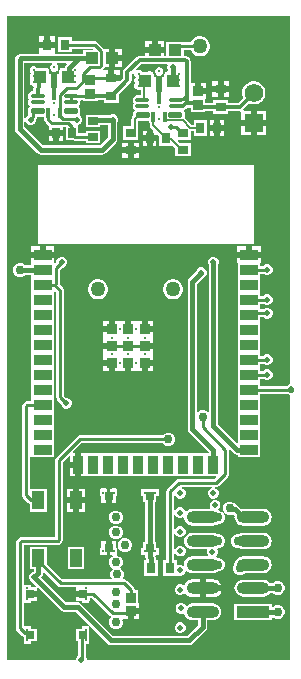
<source format=gbr>
G04*
G04 #@! TF.GenerationSoftware,Altium Limited,Altium Designer,24.9.1 (31)*
G04*
G04 Layer_Physical_Order=1*
G04 Layer_Color=255*
%FSLAX25Y25*%
%MOIN*%
G70*
G04*
G04 #@! TF.SameCoordinates,0464F855-7F2B-49EB-A455-A8C15B23BB70*
G04*
G04*
G04 #@! TF.FilePolarity,Positive*
G04*
G01*
G75*
%ADD14R,0.10827X0.03937*%
%ADD15O,0.10827X0.03937*%
%ADD16R,0.03110X0.03661*%
%ADD17R,0.00787X0.00787*%
%ADD18R,0.02756X0.02756*%
%ADD19R,0.03543X0.03543*%
%ADD20R,0.05906X0.03543*%
%ADD21R,0.03543X0.05906*%
%ADD22R,0.03150X0.03543*%
%ADD23R,0.03543X0.03150*%
%ADD24R,0.04331X0.03937*%
%ADD25R,0.03347X0.03347*%
%ADD26R,0.02593X0.03197*%
%ADD27R,0.03197X0.02593*%
%ADD28R,0.02756X0.03543*%
%ADD29R,0.03543X0.02756*%
%ADD30R,0.03937X0.05906*%
%ADD31R,0.02756X0.02756*%
%ADD32R,0.00787X0.00787*%
G04:AMPARAMS|DCode=35|XSize=48.23mil|YSize=18.5mil|CornerRadius=4.16mil|HoleSize=0mil|Usage=FLASHONLY|Rotation=180.000|XOffset=0mil|YOffset=0mil|HoleType=Round|Shape=RoundedRectangle|*
%AMROUNDEDRECTD35*
21,1,0.04823,0.01018,0,0,180.0*
21,1,0.03990,0.01850,0,0,180.0*
1,1,0.00833,-0.01995,0.00509*
1,1,0.00833,0.01995,0.00509*
1,1,0.00833,0.01995,-0.00509*
1,1,0.00833,-0.01995,-0.00509*
%
%ADD35ROUNDEDRECTD35*%
G04:AMPARAMS|DCode=36|XSize=47.24mil|YSize=13.78mil|CornerRadius=4.13mil|HoleSize=0mil|Usage=FLASHONLY|Rotation=180.000|XOffset=0mil|YOffset=0mil|HoleType=Round|Shape=RoundedRectangle|*
%AMROUNDEDRECTD36*
21,1,0.04724,0.00551,0,0,180.0*
21,1,0.03898,0.01378,0,0,180.0*
1,1,0.00827,-0.01949,0.00276*
1,1,0.00827,0.01949,0.00276*
1,1,0.00827,0.01949,-0.00276*
1,1,0.00827,-0.01949,-0.00276*
%
%ADD36ROUNDEDRECTD36*%
%ADD37R,0.03937X0.03937*%
G04:AMPARAMS|DCode=38|XSize=13.78mil|YSize=35.43mil|CornerRadius=4.13mil|HoleSize=0mil|Usage=FLASHONLY|Rotation=180.000|XOffset=0mil|YOffset=0mil|HoleType=Round|Shape=RoundedRectangle|*
%AMROUNDEDRECTD38*
21,1,0.01378,0.02717,0,0,180.0*
21,1,0.00551,0.03543,0,0,180.0*
1,1,0.00827,-0.00276,0.01358*
1,1,0.00827,0.00276,0.01358*
1,1,0.00827,0.00276,-0.01358*
1,1,0.00827,-0.00276,-0.01358*
%
%ADD38ROUNDEDRECTD38*%
%ADD39R,0.01181X0.07874*%
%ADD53C,0.01181*%
%ADD54R,0.06181X0.06181*%
%ADD55C,0.06181*%
%ADD60C,0.01500*%
%ADD61C,0.01000*%
%ADD62C,0.00700*%
%ADD63C,0.01200*%
%ADD64C,0.02953*%
%ADD65C,0.02000*%
%ADD66C,0.05000*%
%ADD67C,0.15748*%
G36*
X194187Y191982D02*
X194144D01*
X193488Y191710D01*
X193090Y191313D01*
X184240D01*
Y193687D01*
X185285D01*
X185487Y193485D01*
X186144Y193213D01*
X186855D01*
X187513Y193485D01*
X188015Y193988D01*
X188287Y194644D01*
Y195355D01*
X188015Y196012D01*
X187513Y196515D01*
X186855Y196787D01*
X186144D01*
X185487Y196515D01*
X185285Y196313D01*
X184240D01*
Y198687D01*
X185285D01*
X185487Y198485D01*
X186144Y198213D01*
X186855D01*
X187513Y198485D01*
X188015Y198987D01*
X188287Y199644D01*
Y200356D01*
X188015Y201012D01*
X187513Y201515D01*
X186855Y201787D01*
X186144D01*
X185487Y201515D01*
X185285Y201313D01*
X184240D01*
Y207441D01*
Y212441D01*
Y214187D01*
X185285D01*
X185487Y213985D01*
X186144Y213713D01*
X186855D01*
X187513Y213985D01*
X188015Y214488D01*
X188287Y215144D01*
Y215856D01*
X188015Y216512D01*
X187513Y217015D01*
X186855Y217287D01*
X186144D01*
X185487Y217015D01*
X185285Y216813D01*
X184240D01*
Y218687D01*
X185285D01*
X185487Y218485D01*
X186144Y218213D01*
X186855D01*
X187513Y218485D01*
X188015Y218987D01*
X188287Y219644D01*
Y220356D01*
X188015Y221012D01*
X187513Y221515D01*
X186855Y221787D01*
X186144D01*
X185487Y221515D01*
X185285Y221313D01*
X184240D01*
Y222441D01*
Y228687D01*
X185285D01*
X185487Y228485D01*
X186144Y228213D01*
X186855D01*
X187513Y228485D01*
X188015Y228988D01*
X188287Y229644D01*
Y230356D01*
X188015Y231013D01*
X187513Y231515D01*
X186855Y231787D01*
X186144D01*
X185487Y231515D01*
X185285Y231313D01*
X184240D01*
Y232228D01*
X184453D01*
Y234000D01*
X176547D01*
Y232228D01*
X176760D01*
Y227441D01*
Y222441D01*
Y217441D01*
Y212441D01*
Y207441D01*
Y202441D01*
Y197441D01*
Y192441D01*
Y187441D01*
Y182441D01*
Y177441D01*
Y172452D01*
X176688Y172385D01*
X176436Y172280D01*
X170068Y178649D01*
Y231614D01*
X170287Y232144D01*
Y232856D01*
X170015Y233512D01*
X169512Y234015D01*
X168856Y234287D01*
X168145D01*
X167488Y234015D01*
X166985Y233512D01*
X166713Y232856D01*
Y232144D01*
X166932Y231614D01*
Y182764D01*
X166583Y182619D01*
X166282Y182919D01*
X165450Y183264D01*
X164550D01*
X163718Y182919D01*
X163417Y182619D01*
X163067Y182764D01*
Y225351D01*
X164982Y227265D01*
X165513Y227485D01*
X166015Y227988D01*
X166287Y228644D01*
Y229356D01*
X166015Y230012D01*
X165513Y230515D01*
X164856Y230787D01*
X164145D01*
X163488Y230515D01*
X162985Y230012D01*
X162765Y229482D01*
X160392Y227108D01*
X160052Y226600D01*
X159932Y226000D01*
Y177000D01*
X160052Y176400D01*
X160392Y175892D01*
X166984Y169299D01*
Y168819D01*
X126323D01*
Y169032D01*
X124551D01*
Y165079D01*
Y161126D01*
X126323D01*
Y161339D01*
X169525D01*
X169659Y161015D01*
X168850Y160207D01*
X157005D01*
X156502Y160107D01*
X156502Y160107D01*
X156077Y159822D01*
X153300Y157045D01*
X153130Y156791D01*
X153016Y156620D01*
X153016Y156620D01*
X153016Y156620D01*
X152916Y156117D01*
Y133118D01*
X151886D01*
Y127882D01*
X156571D01*
Y127969D01*
X156862Y128163D01*
X157144Y128046D01*
X157855D01*
X158512Y128318D01*
X159015Y128821D01*
X159287Y129478D01*
Y129659D01*
X159637Y129746D01*
X160165Y129341D01*
X160836Y129063D01*
X161555Y128968D01*
X168445D01*
X169164Y129063D01*
X169835Y129341D01*
X170022Y129484D01*
X170450D01*
X171282Y129829D01*
X171919Y130466D01*
X172264Y131298D01*
Y132198D01*
X171919Y133030D01*
X171282Y133667D01*
X170450Y134012D01*
X170022D01*
X169835Y134155D01*
X169540Y134277D01*
X169458Y134690D01*
X169755Y134987D01*
X170028Y135644D01*
Y136355D01*
X169755Y137013D01*
X169956Y137307D01*
X170022Y137358D01*
X170450D01*
X171282Y137703D01*
X171919Y138340D01*
X172264Y139172D01*
Y140073D01*
X171919Y140904D01*
X171282Y141541D01*
X170450Y141886D01*
X170021D01*
X169835Y142029D01*
X169164Y142307D01*
X168445Y142402D01*
X161555D01*
X160836Y142307D01*
X160165Y142029D01*
X159590Y141587D01*
X159148Y141012D01*
X158870Y140341D01*
X158775Y139622D01*
X158870Y138903D01*
X159148Y138232D01*
X159590Y137656D01*
X160165Y137215D01*
X160836Y136937D01*
X161555Y136842D01*
X166339D01*
X166534Y136551D01*
X166453Y136355D01*
Y135644D01*
X166725Y134987D01*
X166861Y134851D01*
X166727Y134528D01*
X161555D01*
X160836Y134433D01*
X160165Y134155D01*
X159590Y133713D01*
X159148Y133138D01*
X158870Y132467D01*
X158775Y131748D01*
X158801Y131555D01*
X158635Y131436D01*
X158473Y131365D01*
X157855Y131621D01*
X157144D01*
X156862Y131504D01*
X156571Y131698D01*
Y133118D01*
X155541D01*
Y135394D01*
X155891Y135464D01*
X155985Y135238D01*
X156488Y134735D01*
X157144Y134463D01*
X157855D01*
X158512Y134735D01*
X159015Y135238D01*
X159287Y135895D01*
Y136606D01*
X159015Y137262D01*
X158512Y137765D01*
X157855Y138037D01*
X157144D01*
X156488Y137765D01*
X155985Y137262D01*
X155891Y137036D01*
X155541Y137106D01*
Y141811D01*
X155891Y141880D01*
X155985Y141654D01*
X156488Y141151D01*
X157144Y140879D01*
X157855D01*
X158512Y141151D01*
X159015Y141654D01*
X159287Y142311D01*
Y143022D01*
X159015Y143679D01*
X158512Y144182D01*
X157855Y144454D01*
X157144D01*
X156488Y144182D01*
X155985Y143679D01*
X155891Y143453D01*
X155541Y143523D01*
Y148228D01*
X155891Y148297D01*
X155985Y148071D01*
X156488Y147568D01*
X157144Y147296D01*
X157855D01*
X158430Y147534D01*
X158488Y147528D01*
X158688Y147435D01*
X158794Y147355D01*
X158870Y146777D01*
X159148Y146106D01*
X159590Y145530D01*
X160165Y145089D01*
X160836Y144811D01*
X161555Y144716D01*
X168445D01*
X169164Y144811D01*
X169835Y145089D01*
X170022Y145232D01*
X170450D01*
X171282Y145577D01*
X171919Y146214D01*
X172264Y147046D01*
Y147947D01*
X171919Y148778D01*
X171282Y149415D01*
X170450Y149760D01*
X170384D01*
X170239Y150110D01*
X170616Y150487D01*
X170888Y151145D01*
Y151856D01*
X170616Y152513D01*
X170114Y153015D01*
X169457Y153287D01*
X168746D01*
X168088Y153015D01*
X167586Y152513D01*
X167314Y151856D01*
Y151145D01*
X167528Y150626D01*
X167340Y150276D01*
X161555D01*
X160836Y150181D01*
X160165Y149903D01*
X159619Y149484D01*
X159592Y149480D01*
X159483Y149494D01*
X159233Y149571D01*
X159015Y150096D01*
X158512Y150599D01*
X157855Y150871D01*
X157144D01*
X156488Y150599D01*
X155985Y150096D01*
X155891Y149870D01*
X155541Y149939D01*
Y154644D01*
X155891Y154714D01*
X155985Y154488D01*
X156488Y153985D01*
X157144Y153713D01*
X157855D01*
X158512Y153985D01*
X159015Y154488D01*
X159287Y155145D01*
Y155856D01*
X159015Y156512D01*
X158512Y157015D01*
X157991Y157231D01*
X158060Y157581D01*
X167940D01*
X168009Y157231D01*
X167488Y157015D01*
X166985Y156512D01*
X166713Y155856D01*
Y155145D01*
X166985Y154488D01*
X167488Y153985D01*
X168145Y153713D01*
X168856D01*
X169512Y153985D01*
X170015Y154488D01*
X170287Y155145D01*
Y155856D01*
X170015Y156512D01*
X169512Y157015D01*
X168991Y157231D01*
X169060Y157581D01*
X169394D01*
X169896Y157681D01*
X170322Y157966D01*
X173428Y161072D01*
X173713Y161498D01*
X173813Y162000D01*
Y169976D01*
X173868Y170024D01*
X174141Y170142D01*
X175392Y168892D01*
X175900Y168552D01*
X176500Y168432D01*
X176760D01*
Y167441D01*
X184240D01*
Y172441D01*
Y177441D01*
Y182441D01*
Y188687D01*
X193149D01*
X193352Y188552D01*
X193952Y188433D01*
X194187Y188159D01*
X194187Y99813D01*
X126287D01*
Y100356D01*
X126067Y100887D01*
X126069Y100895D01*
Y105319D01*
X127181D01*
Y106106D01*
X127181D01*
Y110437D01*
X127181D01*
Y111107D01*
X127512Y111272D01*
X133392Y105392D01*
X133900Y105052D01*
X134500Y104932D01*
X160500D01*
X161100Y105052D01*
X161608Y105392D01*
X166108Y109892D01*
X166448Y110400D01*
X166568Y111000D01*
Y113220D01*
X168445D01*
X169164Y113315D01*
X169835Y113593D01*
X170410Y114034D01*
X170852Y114610D01*
X171130Y115281D01*
X171225Y116000D01*
X171130Y116719D01*
X170852Y117390D01*
X170410Y117965D01*
X169835Y118407D01*
X169164Y118685D01*
X168445Y118780D01*
X161555D01*
X160836Y118685D01*
X160165Y118407D01*
X159706Y118055D01*
X159302Y118115D01*
X159275Y118181D01*
X158772Y118683D01*
X158115Y118955D01*
X157404D01*
X156747Y118683D01*
X156245Y118181D01*
X155972Y117524D01*
Y116813D01*
X156245Y116156D01*
X156747Y115653D01*
X157404Y115381D01*
X158115D01*
X158484Y115533D01*
X158866Y115313D01*
X158870Y115281D01*
X159148Y114610D01*
X159590Y114034D01*
X160165Y113593D01*
X160836Y113315D01*
X161555Y113220D01*
X163433D01*
Y111649D01*
X159851Y108068D01*
X135149D01*
X124454Y118763D01*
X123945Y119103D01*
X123346Y119222D01*
X119395D01*
X111117Y127500D01*
X111309Y127692D01*
X111649Y128201D01*
X111768Y128801D01*
Y128989D01*
X112092Y129123D01*
X116666Y124548D01*
X117092Y124264D01*
X117594Y124164D01*
X122638D01*
Y123051D01*
X124819D01*
Y122642D01*
X125016D01*
Y121461D01*
X124819D01*
Y121051D01*
X122638D01*
Y119673D01*
X124819D01*
Y119098D01*
X127181D01*
Y119673D01*
X127394D01*
Y120739D01*
X127909D01*
X133994Y114654D01*
X134272Y114468D01*
X134352Y114053D01*
X134081Y113782D01*
X133736Y112950D01*
Y112050D01*
X134081Y111218D01*
X134718Y110581D01*
X135550Y110236D01*
X136450D01*
X137282Y110581D01*
X137919Y111218D01*
X138264Y112050D01*
Y112950D01*
X138119Y113299D01*
X138389Y113563D01*
X140000D01*
Y116236D01*
X141000D01*
Y117236D01*
X143673D01*
Y118909D01*
X143461D01*
Y123224D01*
X142313D01*
Y123287D01*
X142213Y123789D01*
X141928Y124215D01*
X139739Y126405D01*
X139313Y126689D01*
X138811Y126789D01*
X138477D01*
X138343Y127112D01*
X138401Y127171D01*
X138746Y128003D01*
Y128903D01*
X138401Y129735D01*
X137764Y130372D01*
X137626Y130429D01*
X137544Y130842D01*
X137919Y131218D01*
X138264Y132050D01*
Y132950D01*
X137919Y133782D01*
X137282Y134419D01*
X136544Y134725D01*
X136563Y135075D01*
X136563Y135075D01*
X136563Y135075D01*
Y137114D01*
X136563Y137115D01*
X136563Y137115D01*
X136563Y137280D01*
X136906Y137348D01*
X136906D01*
X136906D01*
X137043Y137036D01*
X137081Y136944D01*
X137718Y136307D01*
X138550Y135963D01*
X139450D01*
X140282Y136307D01*
X140919Y136944D01*
X141264Y137776D01*
Y138677D01*
X140919Y139509D01*
X140282Y140146D01*
X139450Y140490D01*
X138550D01*
X137718Y140146D01*
X137081Y139509D01*
X136736Y138677D01*
Y137996D01*
X136734Y137671D01*
X136498Y137437D01*
X136338Y137437D01*
X135988Y137615D01*
Y139618D01*
X134610D01*
Y137437D01*
X134201D01*
Y137240D01*
Y135075D01*
X134610D01*
Y134862D01*
X134873D01*
X134942Y134512D01*
X134718Y134419D01*
X134081Y133782D01*
X133736Y132950D01*
Y132050D01*
X134081Y131218D01*
X134718Y130581D01*
X134856Y130524D01*
X134938Y130111D01*
X134563Y129735D01*
X134218Y128903D01*
Y128003D01*
X134563Y127171D01*
X134621Y127112D01*
X134487Y126789D01*
X118138D01*
X112957Y131970D01*
Y137595D01*
X107445D01*
Y130114D01*
X108633D01*
Y129450D01*
X108418Y129235D01*
X107887Y129015D01*
X107385Y128513D01*
X107113Y127856D01*
Y127145D01*
X107385Y126488D01*
X107887Y125985D01*
X108418Y125765D01*
X109431Y124752D01*
X109297Y124429D01*
X107693D01*
Y125004D01*
X105331D01*
X105313Y125346D01*
Y138187D01*
X116605D01*
X117107Y138287D01*
X117533Y138572D01*
X117928Y138967D01*
X118213Y139393D01*
X118313Y139895D01*
Y165956D01*
X120456Y168100D01*
X120780Y167966D01*
Y166079D01*
X122551D01*
Y169032D01*
X121845D01*
X121711Y169355D01*
X124544Y172187D01*
X151611D01*
X152218Y171581D01*
X153050Y171236D01*
X153950D01*
X154782Y171581D01*
X155419Y172218D01*
X155764Y173050D01*
Y173950D01*
X155419Y174782D01*
X154782Y175419D01*
X153950Y175764D01*
X153050D01*
X152218Y175419D01*
X151611Y174813D01*
X124000D01*
X123498Y174713D01*
X123072Y174428D01*
X116072Y167428D01*
X115787Y167002D01*
X115687Y166500D01*
Y140813D01*
X104395D01*
X103893Y140713D01*
X103467Y140428D01*
X103072Y140033D01*
X102787Y139607D01*
X102687Y139105D01*
Y110566D01*
X102787Y110063D01*
X103072Y109637D01*
X104838Y107871D01*
X105264Y107587D01*
X105331Y107574D01*
Y106106D01*
X105331D01*
Y105319D01*
X107693D01*
Y106106D01*
X109661D01*
Y110437D01*
X107693D01*
Y111224D01*
X105331D01*
X105313Y111567D01*
Y118756D01*
X105331Y119098D01*
X107693D01*
Y119673D01*
X109874D01*
Y121051D01*
X107693D01*
Y121461D01*
X107496D01*
Y122642D01*
X107693D01*
Y123051D01*
X109874D01*
Y123852D01*
X110197Y123986D01*
X117637Y116546D01*
X118146Y116206D01*
X118746Y116087D01*
X122696D01*
X127228Y111555D01*
X127064Y111224D01*
X124819D01*
Y110437D01*
X122851D01*
Y106106D01*
X123444D01*
Y101472D01*
X122985Y101013D01*
X122713Y100356D01*
Y99813D01*
X99813D01*
X99813Y314687D01*
X194187D01*
X194187Y191982D01*
D02*
G37*
%LPC*%
G36*
X115622Y307772D02*
X114047D01*
Y306000D01*
X115622D01*
Y307772D01*
D02*
G37*
G36*
X112047D02*
X110472D01*
Y306000D01*
X112047D01*
Y307772D01*
D02*
G37*
G36*
X164433Y307787D02*
X163567D01*
X162731Y307563D01*
X161981Y307131D01*
X161369Y306519D01*
X160962Y305813D01*
X158728D01*
Y306028D01*
X152823D01*
Y301415D01*
X152248D01*
Y302272D01*
X149083D01*
Y303272D01*
D01*
Y302272D01*
X145917D01*
Y301415D01*
X144000D01*
X143459Y301307D01*
X143000Y301000D01*
X138845Y296845D01*
X138538Y296386D01*
X138431Y295845D01*
Y293781D01*
X137595Y292946D01*
X137578Y292953D01*
X134500D01*
Y293953D01*
X133500D01*
Y296528D01*
X132042D01*
X131869Y296528D01*
X131720Y296874D01*
X132097Y297251D01*
X132284Y297532D01*
X133846D01*
Y300500D01*
Y303468D01*
X132284D01*
X132097Y303749D01*
X129918Y305928D01*
X129492Y306213D01*
X128990Y306313D01*
X121315D01*
Y307559D01*
X116591D01*
Y302441D01*
X121315D01*
Y303687D01*
X128220D01*
X128275Y303606D01*
X128090Y303256D01*
X125201D01*
Y302067D01*
X115905D01*
X115622Y302228D01*
X115622Y302417D01*
Y304000D01*
X110472D01*
Y302417D01*
X110472Y302228D01*
X110189Y302067D01*
X104454D01*
X103854Y301948D01*
X103346Y301608D01*
X102892Y301154D01*
X102552Y300646D01*
X102433Y300046D01*
Y277000D01*
X102552Y276400D01*
X102892Y275892D01*
X109892Y268892D01*
X110400Y268552D01*
X111000Y268432D01*
X131500D01*
X132100Y268552D01*
X132608Y268892D01*
X136108Y272392D01*
X136448Y272900D01*
X136567Y273500D01*
Y279114D01*
X136787Y279644D01*
Y280356D01*
X136515Y281013D01*
X136012Y281515D01*
X135355Y281787D01*
X134644D01*
X134114Y281568D01*
X130886D01*
Y281748D01*
X126114D01*
Y277580D01*
X130886D01*
Y278432D01*
X133432D01*
Y274149D01*
X130851Y271568D01*
X111649D01*
X105568Y277649D01*
Y279392D01*
X105918Y279462D01*
X106085Y279058D01*
X106588Y278555D01*
X107245Y278283D01*
X107956D01*
X108613Y278555D01*
X109115Y279058D01*
X109387Y279715D01*
Y280056D01*
X109412Y280080D01*
X109696Y280506D01*
X109796Y281008D01*
Y281047D01*
X112032D01*
Y281031D01*
X112125Y280563D01*
X112219Y280422D01*
Y279968D01*
X112319Y279466D01*
X112603Y279040D01*
X113725Y277919D01*
X113875Y277819D01*
Y276500D01*
X116172D01*
X118468D01*
Y277534D01*
X119416D01*
Y276861D01*
X119394Y276749D01*
X119416Y276637D01*
Y273114D01*
X121906D01*
X122362Y273023D01*
X126114D01*
Y272252D01*
X130886D01*
Y276420D01*
X126114D01*
Y275648D01*
X123584D01*
Y277886D01*
X123412D01*
X123355Y278213D01*
X124012Y278485D01*
X124515Y278988D01*
X124787Y279644D01*
Y280356D01*
X124515Y281013D01*
X124012Y281515D01*
X123977Y281633D01*
X124092Y281805D01*
X124185Y282275D01*
Y283292D01*
X124092Y283762D01*
X123826Y284160D01*
X123639Y284285D01*
Y284706D01*
X123826Y284831D01*
X124092Y285228D01*
X124185Y285697D01*
Y286248D01*
X124163Y286358D01*
X124385Y286628D01*
X125039D01*
Y286276D01*
X129961D01*
Y286633D01*
X131941D01*
Y285685D01*
X137059D01*
Y288409D01*
X140845Y292195D01*
X141152Y292654D01*
X141260Y293195D01*
Y295259D01*
X142078Y296078D01*
X142375Y295880D01*
X142240Y295554D01*
Y295005D01*
X142450Y294499D01*
X142654Y294295D01*
X142450Y294092D01*
X142240Y293585D01*
Y293037D01*
X142450Y292530D01*
X142654Y292327D01*
X142450Y292123D01*
X142240Y291617D01*
Y291068D01*
X142450Y290562D01*
X142838Y290174D01*
X143344Y289965D01*
X143892D01*
X144049Y290030D01*
X144340Y289835D01*
Y288118D01*
X142968D01*
X142500Y288025D01*
X142103Y287759D01*
X141837Y287362D01*
X141744Y286894D01*
Y286343D01*
X141837Y285874D01*
X141998Y285634D01*
X141837Y285394D01*
X141744Y284925D01*
Y284374D01*
X141837Y283906D01*
X142103Y283508D01*
X142290Y283383D01*
Y282962D01*
X142104Y282837D01*
X141838Y282439D01*
X141744Y281969D01*
Y281329D01*
X141531Y281115D01*
X141279Y280739D01*
X141191Y280295D01*
Y278087D01*
X138370D01*
Y273362D01*
X143488D01*
Y276837D01*
X143510Y276949D01*
Y279725D01*
X146961D01*
Y279709D01*
X147054Y279240D01*
X147301Y278871D01*
Y278206D01*
X147389Y277763D01*
X147641Y277386D01*
X148333Y276694D01*
X148265Y276529D01*
Y274772D01*
X149562D01*
Y275008D01*
X149885Y275142D01*
X150509Y274518D01*
Y271386D01*
X154677D01*
X154677Y271386D01*
X155027Y271384D01*
X155870Y270541D01*
Y267850D01*
X160988D01*
Y272181D01*
X157510D01*
X156679Y273012D01*
X156736Y273247D01*
X156814Y273362D01*
X160988D01*
Y276112D01*
X162008D01*
Y274713D01*
X166339D01*
Y279831D01*
X162008D01*
Y278431D01*
X161305D01*
X159081Y280655D01*
X159058Y280671D01*
X159114Y280952D01*
Y281969D01*
X159021Y282439D01*
X158755Y282837D01*
X158622Y282926D01*
X158696Y283297D01*
X158876Y283333D01*
X159335Y283640D01*
X159783Y284088D01*
X160052Y284034D01*
X160969D01*
Y282547D01*
X165890D01*
Y282904D01*
X168370D01*
Y281957D01*
X173488D01*
Y282904D01*
X177319D01*
X177559Y282952D01*
X177909Y282665D01*
Y280000D01*
X181000D01*
Y283090D01*
X178586D01*
X178441Y283440D01*
X180429Y285429D01*
X180503Y285386D01*
X181490Y285122D01*
X182510D01*
X183497Y285386D01*
X184381Y285897D01*
X185103Y286619D01*
X185614Y287503D01*
X185878Y288490D01*
Y289510D01*
X185614Y290497D01*
X185103Y291381D01*
X184381Y292103D01*
X183497Y292614D01*
X182510Y292878D01*
X181490D01*
X180503Y292614D01*
X179619Y292103D01*
X178897Y291381D01*
X178386Y290497D01*
X178122Y289510D01*
Y288490D01*
X178386Y287503D01*
X178429Y287429D01*
X176733Y285734D01*
X173488D01*
Y286681D01*
X168370D01*
Y285734D01*
X165890D01*
Y286862D01*
X166102D01*
Y288535D01*
X163429D01*
Y289535D01*
X162429D01*
Y292209D01*
X161012D01*
Y299546D01*
X160905Y300087D01*
X160598Y300546D01*
X160144Y301000D01*
X159685Y301307D01*
X159144Y301415D01*
X158728D01*
Y303187D01*
X160962D01*
X161369Y302482D01*
X161981Y301869D01*
X162731Y301437D01*
X163567Y301213D01*
X164433D01*
X165269Y301437D01*
X166018Y301869D01*
X166631Y302482D01*
X167063Y303231D01*
X167287Y304067D01*
Y304933D01*
X167063Y305769D01*
X166631Y306519D01*
X166018Y307131D01*
X165269Y307563D01*
X164433Y307787D01*
D02*
G37*
G36*
X152248Y306240D02*
X150083D01*
Y304272D01*
X152248D01*
Y306240D01*
D02*
G37*
G36*
X148083D02*
X145917D01*
Y304272D01*
X148083D01*
Y306240D01*
D02*
G37*
G36*
X138012Y303468D02*
X135846D01*
Y301500D01*
X138012D01*
Y303468D01*
D02*
G37*
G36*
Y299500D02*
X135846D01*
Y297532D01*
X138012D01*
Y299500D01*
D02*
G37*
G36*
X135500Y296528D02*
Y294953D01*
X137272D01*
Y296528D01*
X135500D01*
D02*
G37*
G36*
X173701Y292799D02*
X171929D01*
Y291224D01*
X173701D01*
Y292799D01*
D02*
G37*
G36*
X169929D02*
X168157D01*
Y291224D01*
X169929D01*
Y292799D01*
D02*
G37*
G36*
X166102Y292209D02*
X164429D01*
Y290535D01*
X166102D01*
Y292209D01*
D02*
G37*
G36*
X173701Y289224D02*
X171929D01*
Y287650D01*
X173701D01*
Y289224D01*
D02*
G37*
G36*
X169929D02*
X168157D01*
Y287650D01*
X169929D01*
Y289224D01*
D02*
G37*
G36*
X186091Y283090D02*
X183000D01*
Y280000D01*
X186091D01*
Y283090D01*
D02*
G37*
G36*
X172063Y280043D02*
X170685D01*
Y278272D01*
X172063D01*
Y280043D01*
D02*
G37*
G36*
X168685D02*
X167307D01*
Y278272D01*
X168685D01*
Y280043D01*
D02*
G37*
G36*
X186091Y278000D02*
X183000D01*
Y274909D01*
X186091D01*
Y278000D01*
D02*
G37*
G36*
X181000D02*
X177909D01*
Y274909D01*
X181000D01*
Y278000D01*
D02*
G37*
G36*
X146265Y276370D02*
X144968D01*
Y274772D01*
X146265D01*
Y276370D01*
D02*
G37*
G36*
X172063Y276272D02*
X170685D01*
Y274500D01*
X172063D01*
Y276272D01*
D02*
G37*
G36*
X168685D02*
X167307D01*
Y274500D01*
X168685D01*
Y276272D01*
D02*
G37*
G36*
X147265Y273772D02*
D01*
D01*
D01*
D02*
G37*
G36*
X118468Y274500D02*
X117172D01*
Y272901D01*
X118468D01*
Y274500D01*
D02*
G37*
G36*
X115172D02*
X113875D01*
Y272901D01*
X115172D01*
Y274500D01*
D02*
G37*
G36*
X149562Y272772D02*
X148265D01*
Y271173D01*
X149562D01*
Y272772D01*
D02*
G37*
G36*
X146265D02*
X144968D01*
Y271173D01*
X146265D01*
Y272772D01*
D02*
G37*
G36*
X143701Y272394D02*
X141929D01*
Y270819D01*
X143701D01*
Y272394D01*
D02*
G37*
G36*
X139929D02*
X138157D01*
Y270819D01*
X139929D01*
Y272394D01*
D02*
G37*
G36*
X143701Y268819D02*
X141929D01*
Y267244D01*
X143701D01*
Y268819D01*
D02*
G37*
G36*
X139929D02*
X138157D01*
Y267244D01*
X139929D01*
Y268819D01*
D02*
G37*
G36*
X182000Y265000D02*
X110000D01*
Y238500D01*
X182000D01*
Y265000D01*
D02*
G37*
G36*
X184453Y237772D02*
X181500D01*
Y236000D01*
X184453D01*
Y237772D01*
D02*
G37*
G36*
X179500D02*
X176547D01*
Y236000D01*
X179500D01*
Y237772D01*
D02*
G37*
G36*
X115555D02*
X112602D01*
Y236000D01*
X115555D01*
Y237772D01*
D02*
G37*
G36*
X110602D02*
X107650D01*
Y236000D01*
X110602D01*
Y237772D01*
D02*
G37*
G36*
X118356Y234287D02*
X117645D01*
X116988Y234015D01*
X116485Y233512D01*
X116213Y232856D01*
Y232569D01*
X115905Y232261D01*
X115555Y232406D01*
Y234000D01*
X107650D01*
Y232228D01*
X107862D01*
Y231480D01*
X105791D01*
X105440Y231832D01*
X104608Y232176D01*
X103707D01*
X102875Y231832D01*
X102238Y231195D01*
X101894Y230363D01*
Y229462D01*
X102238Y228630D01*
X102875Y227993D01*
X103707Y227649D01*
X104608D01*
X105440Y227993D01*
X105791Y228345D01*
X107862D01*
Y222441D01*
Y217441D01*
Y212441D01*
Y207441D01*
Y202441D01*
Y197441D01*
Y192441D01*
Y186313D01*
X106584D01*
X106300Y186256D01*
X106082Y186213D01*
X106082Y186213D01*
X106081Y186213D01*
X105856Y186062D01*
X105656Y185928D01*
X105114Y185387D01*
X105114Y185386D01*
X105114Y185386D01*
X104972Y185175D01*
X104829Y184961D01*
X104829Y184961D01*
X104829Y184960D01*
X104780Y184714D01*
X104729Y184458D01*
X104729Y184458D01*
X104729Y184458D01*
Y154958D01*
X104829Y154456D01*
X105114Y154030D01*
X106746Y152398D01*
X107172Y152113D01*
X107445Y152059D01*
Y149405D01*
X112957D01*
Y156886D01*
X107445D01*
X107354Y157198D01*
Y183687D01*
X107862D01*
Y177441D01*
Y172441D01*
Y167441D01*
X115343D01*
Y172441D01*
Y177441D01*
Y182441D01*
Y187441D01*
Y192441D01*
Y197441D01*
Y202441D01*
Y207441D01*
Y212441D01*
Y217441D01*
Y222948D01*
X115666Y223082D01*
X116187Y222561D01*
Y187500D01*
X116287Y186998D01*
X116572Y186572D01*
X117713Y185431D01*
Y185144D01*
X117985Y184487D01*
X118488Y183985D01*
X119144Y183713D01*
X119855D01*
X120512Y183985D01*
X121015Y184487D01*
X121287Y185144D01*
Y185855D01*
X121015Y186512D01*
X120512Y187015D01*
X119855Y187287D01*
X119569D01*
X118813Y188044D01*
Y223105D01*
X118713Y223607D01*
X118428Y224033D01*
X117272Y225189D01*
X117313Y225395D01*
Y229956D01*
X118069Y230713D01*
X118356D01*
X119012Y230985D01*
X119515Y231487D01*
X119787Y232144D01*
Y232856D01*
X119515Y233512D01*
X119012Y234015D01*
X118356Y234287D01*
D02*
G37*
G36*
X155523Y226787D02*
X154658D01*
X153822Y226563D01*
X153072Y226131D01*
X152460Y225518D01*
X152027Y224769D01*
X151803Y223933D01*
Y223067D01*
X152027Y222231D01*
X152460Y221481D01*
X153072Y220869D01*
X153822Y220437D01*
X154658Y220213D01*
X155523D01*
X156360Y220437D01*
X157109Y220869D01*
X157721Y221481D01*
X158154Y222231D01*
X158378Y223067D01*
Y223933D01*
X158154Y224769D01*
X157721Y225518D01*
X157109Y226131D01*
X156360Y226563D01*
X155523Y226787D01*
D02*
G37*
G36*
X130433D02*
X129567D01*
X128731Y226563D01*
X127981Y226131D01*
X127369Y225518D01*
X126937Y224769D01*
X126713Y223933D01*
Y223067D01*
X126937Y222231D01*
X127369Y221481D01*
X127981Y220869D01*
X128731Y220437D01*
X129567Y220213D01*
X130433D01*
X131269Y220437D01*
X132018Y220869D01*
X132631Y221481D01*
X133063Y222231D01*
X133287Y223067D01*
Y223933D01*
X133063Y224769D01*
X132631Y225518D01*
X132018Y226131D01*
X131269Y226563D01*
X130433Y226787D01*
D02*
G37*
G36*
X148429Y212890D02*
X146657D01*
Y211118D01*
X148429D01*
Y212890D01*
D02*
G37*
G36*
X133634D02*
X131862D01*
Y211118D01*
X133634D01*
Y212890D01*
D02*
G37*
G36*
X144657D02*
X141146D01*
Y210118D01*
X139146D01*
Y212890D01*
X135634D01*
Y210118D01*
X134634D01*
Y209118D01*
X131862D01*
Y207347D01*
Y205606D01*
X134634D01*
Y203606D01*
X131862D01*
Y201835D01*
Y200094D01*
X134634D01*
Y199094D01*
X135634D01*
Y196323D01*
X139146D01*
Y199094D01*
X141146D01*
Y196323D01*
X144657D01*
Y199094D01*
X145657D01*
Y200094D01*
X148429D01*
Y201835D01*
Y203606D01*
X145657D01*
Y205606D01*
X148429D01*
Y207347D01*
Y209118D01*
X145657D01*
Y210118D01*
X144657D01*
Y212890D01*
D02*
G37*
G36*
X148429Y198094D02*
X146657D01*
Y196323D01*
X148429D01*
Y198094D01*
D02*
G37*
G36*
X133634D02*
X131862D01*
Y196323D01*
X133634D01*
Y198094D01*
D02*
G37*
G36*
X122551Y164079D02*
X120780D01*
Y161126D01*
X122551D01*
Y164079D01*
D02*
G37*
G36*
X125768Y157098D02*
X123799D01*
Y154146D01*
X125768D01*
Y157098D01*
D02*
G37*
G36*
X121799D02*
X119831D01*
Y154146D01*
X121799D01*
Y157098D01*
D02*
G37*
G36*
X135988Y157138D02*
X134610D01*
Y156925D01*
X134201D01*
Y154760D01*
Y154563D01*
X134610D01*
Y152382D01*
X135988D01*
Y154563D01*
X136563D01*
Y156925D01*
X135988D01*
Y157138D01*
D02*
G37*
G36*
X132610D02*
X131232D01*
Y156925D01*
X130657D01*
Y154563D01*
X131232D01*
Y152382D01*
X132610D01*
Y154563D01*
X133020D01*
Y154760D01*
Y156925D01*
X132610D01*
Y157138D01*
D02*
G37*
G36*
X125768Y152146D02*
X123799D01*
Y149193D01*
X125768D01*
Y152146D01*
D02*
G37*
G36*
X121799D02*
X119831D01*
Y149193D01*
X121799D01*
Y152146D01*
D02*
G37*
G36*
X136450Y149764D02*
X135550D01*
X134718Y149419D01*
X134081Y148782D01*
X133736Y147950D01*
Y147050D01*
X134081Y146218D01*
X134718Y145581D01*
X135550Y145236D01*
X136450D01*
X137282Y145581D01*
X137919Y146218D01*
X138264Y147050D01*
Y147950D01*
X137919Y148782D01*
X137282Y149419D01*
X136450Y149764D01*
D02*
G37*
G36*
X174450Y152764D02*
X173550D01*
X172718Y152419D01*
X172081Y151782D01*
X171736Y150950D01*
Y150050D01*
X172081Y149218D01*
X172718Y148581D01*
X173550Y148236D01*
X174450D01*
X175100Y148505D01*
X175612Y147993D01*
X175547Y147496D01*
X175642Y146777D01*
X175919Y146106D01*
X176361Y145530D01*
X176937Y145089D01*
X177607Y144811D01*
X178327Y144716D01*
X185216D01*
X185936Y144811D01*
X186606Y145089D01*
X187182Y145530D01*
X187624Y146106D01*
X187901Y146777D01*
X187996Y147496D01*
X187901Y148215D01*
X187624Y148886D01*
X187182Y149461D01*
X186606Y149903D01*
X185936Y150181D01*
X185216Y150276D01*
X178327D01*
X177829Y150210D01*
X176709Y151330D01*
X176201Y151670D01*
X175944Y151721D01*
X175919Y151782D01*
X175282Y152419D01*
X174450Y152764D01*
D02*
G37*
G36*
X136450Y144764D02*
X135550D01*
X134718Y144419D01*
X134081Y143782D01*
X133736Y142950D01*
Y142050D01*
X134081Y141218D01*
X134718Y140581D01*
X135550Y140236D01*
X136450D01*
X137282Y140581D01*
X137919Y141218D01*
X138264Y142050D01*
Y142950D01*
X137919Y143782D01*
X137282Y144419D01*
X136450Y144764D01*
D02*
G37*
G36*
X185216Y142402D02*
X178327D01*
X177607Y142307D01*
X176937Y142029D01*
X176750Y141886D01*
X176321D01*
X175489Y141541D01*
X174853Y140904D01*
X174508Y140073D01*
Y139172D01*
X174853Y138340D01*
X175489Y137703D01*
X176321Y137358D01*
X176750D01*
X176937Y137215D01*
X177607Y136937D01*
X178327Y136842D01*
X185216D01*
X185936Y136937D01*
X186606Y137215D01*
X187182Y137656D01*
X187624Y138232D01*
X187901Y138903D01*
X187996Y139622D01*
X187901Y140341D01*
X187624Y141012D01*
X187182Y141587D01*
X186606Y142029D01*
X185936Y142307D01*
X185216Y142402D01*
D02*
G37*
G36*
X132610Y139618D02*
X131232D01*
Y137437D01*
X130657D01*
Y135075D01*
X131232D01*
Y134862D01*
X132610D01*
Y135075D01*
X133020D01*
Y137240D01*
Y137437D01*
X132610D01*
Y139618D01*
D02*
G37*
G36*
X125555Y137595D02*
X120043D01*
Y130114D01*
X125555D01*
Y137595D01*
D02*
G37*
G36*
X185216Y134528D02*
X178327D01*
X177607Y134433D01*
X176937Y134155D01*
X176361Y133713D01*
X175919Y133138D01*
X175642Y132467D01*
X175547Y131748D01*
X175552Y131712D01*
X175236Y130950D01*
Y130050D01*
X175581Y129218D01*
X176218Y128581D01*
X177050Y128236D01*
X177950D01*
X178782Y128581D01*
X179170Y128968D01*
X185216D01*
X185936Y129063D01*
X186606Y129341D01*
X187182Y129782D01*
X187624Y130358D01*
X187901Y131029D01*
X187996Y131748D01*
X187901Y132467D01*
X187624Y133138D01*
X187182Y133713D01*
X186606Y134155D01*
X185936Y134433D01*
X185216Y134528D01*
D02*
G37*
G36*
X149555Y156925D02*
X145224D01*
Y156925D01*
X144437D01*
Y154563D01*
X145224D01*
Y152594D01*
X145822D01*
Y139406D01*
X145224D01*
Y137437D01*
X144437D01*
Y135075D01*
X145224D01*
Y135075D01*
X145822D01*
Y134287D01*
X145942Y133687D01*
X146088Y133468D01*
X145901Y133118D01*
X145429D01*
Y127882D01*
X150114D01*
Y133118D01*
X149339D01*
Y133906D01*
X149220Y134505D01*
X149073Y134725D01*
X149260Y135075D01*
X149555D01*
Y135075D01*
X150343D01*
Y137437D01*
X149555D01*
Y139406D01*
X148957D01*
Y152594D01*
X149555D01*
Y154563D01*
X150343D01*
Y156925D01*
X149555D01*
Y156925D01*
D02*
G37*
G36*
X164000Y126868D02*
X161555D01*
X160780Y126766D01*
X160058Y126467D01*
X159438Y125991D01*
X158962Y125371D01*
X158804Y124990D01*
X158512Y124932D01*
X157855Y125204D01*
X157144D01*
X156488Y124932D01*
X155985Y124429D01*
X155713Y123772D01*
Y123061D01*
X155985Y122404D01*
X156488Y121902D01*
X157144Y121629D01*
X157855D01*
X158512Y121902D01*
X158786Y122175D01*
X159135Y122152D01*
X159438Y121757D01*
X160058Y121281D01*
X160780Y120982D01*
X161555Y120880D01*
X164000D01*
Y123874D01*
Y126868D01*
D02*
G37*
G36*
X168445D02*
X166000D01*
Y124874D01*
X171244D01*
X171038Y125371D01*
X170562Y125991D01*
X169942Y126467D01*
X169220Y126766D01*
X168445Y126868D01*
D02*
G37*
G36*
X185216Y126654D02*
X178327D01*
X177607Y126559D01*
X176937Y126281D01*
X176361Y125839D01*
X175919Y125264D01*
X175642Y124593D01*
X175547Y123874D01*
X175642Y123155D01*
X175919Y122484D01*
X176361Y121908D01*
X176937Y121467D01*
X177607Y121189D01*
X178327Y121094D01*
X185216D01*
X185936Y121189D01*
X186606Y121467D01*
X187182Y121908D01*
X187536Y122370D01*
X188359D01*
X188710Y122018D01*
X189542Y121673D01*
X190443D01*
X191275Y122018D01*
X191912Y122655D01*
X192256Y123487D01*
Y124387D01*
X191912Y125219D01*
X191275Y125856D01*
X190443Y126201D01*
X189542D01*
X188710Y125856D01*
X188359Y125505D01*
X187439D01*
X187182Y125839D01*
X186606Y126281D01*
X185936Y126559D01*
X185216Y126654D01*
D02*
G37*
G36*
X171244Y122874D02*
X166000D01*
Y120880D01*
X168445D01*
X169220Y120982D01*
X169942Y121281D01*
X170562Y121757D01*
X171038Y122377D01*
X171244Y122874D01*
D02*
G37*
G36*
X187972Y118756D02*
X175571D01*
Y113244D01*
X187972D01*
Y114433D01*
X188359D01*
X188710Y114081D01*
X189542Y113736D01*
X190443D01*
X191275Y114081D01*
X191912Y114718D01*
X192256Y115550D01*
Y116450D01*
X191912Y117282D01*
X191275Y117919D01*
X190443Y118264D01*
X189542D01*
X188710Y117919D01*
X188359Y117568D01*
X187972D01*
Y118756D01*
D02*
G37*
G36*
X143673Y115236D02*
X142000D01*
Y113563D01*
X143673D01*
Y115236D01*
D02*
G37*
G36*
X157855Y112537D02*
X157144D01*
X156488Y112265D01*
X155985Y111762D01*
X155713Y111106D01*
Y110395D01*
X155985Y109738D01*
X156488Y109235D01*
X157144Y108963D01*
X157855D01*
X158512Y109235D01*
X159015Y109738D01*
X159287Y110395D01*
Y111106D01*
X159015Y111762D01*
X158512Y112265D01*
X157855Y112537D01*
D02*
G37*
%LPD*%
G36*
X119657Y298609D02*
X119475Y298427D01*
X119135Y297918D01*
X119061Y297544D01*
X118845Y297429D01*
X118297D01*
X117790Y297219D01*
X117744Y297173D01*
X117469D01*
Y296898D01*
X117403Y296832D01*
X117193Y296325D01*
Y295777D01*
X117209Y295738D01*
X116955Y295437D01*
X116500D01*
Y290500D01*
X114500D01*
Y295437D01*
X114045D01*
X113791Y295738D01*
X113807Y295777D01*
Y296325D01*
X113597Y296832D01*
X113531Y296898D01*
Y297173D01*
X113256D01*
X113210Y297219D01*
X112703Y297429D01*
X112155D01*
X111649Y297219D01*
X111602Y297173D01*
X109944D01*
X109857Y297383D01*
X109469Y297771D01*
X108963Y297980D01*
X108415D01*
X107908Y297771D01*
X107521Y297383D01*
X107311Y296877D01*
Y296328D01*
X107521Y295822D01*
X107724Y295618D01*
X107521Y295414D01*
X107311Y294908D01*
Y294360D01*
X107521Y293853D01*
X107724Y293650D01*
X107521Y293446D01*
X107311Y292939D01*
Y292391D01*
X107521Y291885D01*
X107908Y291497D01*
X108415Y291287D01*
X108571D01*
X108758Y290937D01*
X108681Y290823D01*
X108574Y290281D01*
Y289441D01*
X108039D01*
X107571Y289348D01*
X107174Y289082D01*
X106908Y288685D01*
X106815Y288216D01*
Y287665D01*
X106908Y287197D01*
X107069Y286957D01*
X106908Y286717D01*
X106815Y286248D01*
Y285697D01*
X106908Y285228D01*
X107174Y284831D01*
X107361Y284706D01*
Y284285D01*
X107175Y284160D01*
X106908Y283762D01*
X106815Y283292D01*
Y282275D01*
X106908Y281805D01*
X106879Y281707D01*
X106588Y281586D01*
X106085Y281083D01*
X105918Y280680D01*
X105568Y280749D01*
Y298933D01*
X114558D01*
X114609Y298839D01*
X114665Y298583D01*
X114332Y298249D01*
X114122Y297743D01*
Y297194D01*
X114332Y296688D01*
X114719Y296300D01*
X115226Y296091D01*
X115774D01*
X116280Y296300D01*
X116668Y296688D01*
X116878Y297194D01*
Y297743D01*
X116668Y298249D01*
X116335Y298583D01*
X116391Y298839D01*
X116442Y298933D01*
X119523D01*
X119657Y298609D01*
D02*
G37*
G36*
X153370Y298235D02*
X153213Y297855D01*
Y297145D01*
X153485Y296487D01*
X153516Y296456D01*
X153417Y296106D01*
X153226D01*
X152719Y295897D01*
X152673Y295850D01*
X152398D01*
Y295575D01*
X152332Y295509D01*
X152122Y295002D01*
Y294454D01*
X152138Y294415D01*
X151884Y294114D01*
X151429D01*
Y289177D01*
X149429D01*
Y294114D01*
X148974D01*
X148720Y294415D01*
X148736Y294454D01*
Y295002D01*
X148526Y295509D01*
X148461Y295575D01*
Y295850D01*
X148185D01*
X148139Y295897D01*
X147632Y296106D01*
X147084D01*
X146578Y295897D01*
X146532Y295850D01*
X144873D01*
X144786Y296060D01*
X144399Y296448D01*
X143892Y296657D01*
X143344D01*
X143018Y296522D01*
X142820Y296819D01*
X144586Y298585D01*
X153136D01*
X153370Y298235D01*
D02*
G37*
%LPC*%
G36*
X150703Y297524D02*
X150155D01*
X149649Y297314D01*
X149261Y296926D01*
X149051Y296420D01*
Y295872D01*
X149261Y295365D01*
X149649Y294977D01*
X150155Y294768D01*
X150703D01*
X151210Y294977D01*
X151597Y295365D01*
X151807Y295872D01*
Y296420D01*
X151597Y296926D01*
X151210Y297314D01*
X150703Y297524D01*
D02*
G37*
%LPD*%
D14*
X181772Y116000D02*
D03*
D15*
Y123874D02*
D03*
Y131748D02*
D03*
Y139622D02*
D03*
Y147496D02*
D03*
X165000Y116000D02*
D03*
Y123874D02*
D03*
Y131748D02*
D03*
Y139622D02*
D03*
Y147496D02*
D03*
D16*
X154228Y130500D02*
D03*
X147772D02*
D03*
D17*
X149161Y155744D02*
D03*
X145618D02*
D03*
X149161Y136256D02*
D03*
X145618D02*
D03*
X135382Y155744D02*
D03*
X131839D02*
D03*
X135382Y136256D02*
D03*
X131839D02*
D03*
D18*
X147390Y154760D02*
D03*
Y137240D02*
D03*
X133610Y154760D02*
D03*
Y137240D02*
D03*
D19*
X145657Y199094D02*
D03*
X140146D02*
D03*
X134634D02*
D03*
X145657Y204606D02*
D03*
X140146D02*
D03*
X134634D02*
D03*
X145657Y210118D02*
D03*
X140146D02*
D03*
X134634D02*
D03*
D20*
X180500Y235000D02*
D03*
Y230000D02*
D03*
Y225000D02*
D03*
Y220000D02*
D03*
Y215000D02*
D03*
Y210000D02*
D03*
Y205000D02*
D03*
Y200000D02*
D03*
Y195000D02*
D03*
Y190000D02*
D03*
Y185000D02*
D03*
Y180000D02*
D03*
Y175000D02*
D03*
Y170000D02*
D03*
X111602D02*
D03*
Y175000D02*
D03*
Y180000D02*
D03*
Y185000D02*
D03*
Y190000D02*
D03*
Y195000D02*
D03*
Y200000D02*
D03*
Y205000D02*
D03*
Y210000D02*
D03*
Y215000D02*
D03*
Y220000D02*
D03*
Y225000D02*
D03*
Y230000D02*
D03*
Y235000D02*
D03*
D21*
X168551Y165079D02*
D03*
X163551D02*
D03*
X158551D02*
D03*
X153551D02*
D03*
X148551D02*
D03*
X143551D02*
D03*
X138551D02*
D03*
X133551D02*
D03*
X128551D02*
D03*
X123551D02*
D03*
D22*
X113047Y305000D02*
D03*
X118953D02*
D03*
D23*
X134500Y288047D02*
D03*
Y293953D02*
D03*
X170929Y284319D02*
D03*
Y290224D02*
D03*
X140929Y269819D02*
D03*
Y275724D02*
D03*
D24*
X134846Y300500D02*
D03*
X128154D02*
D03*
X149083Y303272D02*
D03*
X155776D02*
D03*
D25*
X127500Y293264D02*
D03*
Y288736D02*
D03*
X163429Y289535D02*
D03*
Y285008D02*
D03*
X141000Y116236D02*
D03*
Y120764D02*
D03*
D26*
X121500Y275500D02*
D03*
X116172D02*
D03*
X152593Y273772D02*
D03*
X147265D02*
D03*
D27*
X128500Y274336D02*
D03*
Y279664D02*
D03*
D28*
X164173Y277272D02*
D03*
X169685D02*
D03*
D29*
X158429Y275528D02*
D03*
Y270016D02*
D03*
D30*
X122799Y153146D02*
D03*
X110201D02*
D03*
Y133854D02*
D03*
X122799D02*
D03*
D31*
X107496Y122051D02*
D03*
X125016D02*
D03*
X107496Y108272D02*
D03*
X125016D02*
D03*
D32*
X106512Y123823D02*
D03*
Y120280D02*
D03*
X126000Y123823D02*
D03*
Y120280D02*
D03*
X106512Y110043D02*
D03*
Y106500D02*
D03*
X126000Y110043D02*
D03*
Y106500D02*
D03*
D35*
X155892Y281461D02*
D03*
X144966D02*
D03*
X120963Y282784D02*
D03*
X110037D02*
D03*
D36*
X155941Y284650D02*
D03*
Y286618D02*
D03*
X144917Y284650D02*
D03*
Y286618D02*
D03*
X121012Y285972D02*
D03*
Y287941D02*
D03*
X109988Y285972D02*
D03*
Y287941D02*
D03*
D37*
X155154Y293094D02*
D03*
X145705D02*
D03*
X120224Y294417D02*
D03*
X110776D02*
D03*
D38*
X152398Y281067D02*
D03*
X148461D02*
D03*
X117469Y282390D02*
D03*
X113531D02*
D03*
D39*
X150429Y289177D02*
D03*
X115500Y290500D02*
D03*
D53*
X157236Y286618D02*
D03*
X154563D02*
D03*
X150429Y280398D02*
D03*
Y284335D02*
D03*
Y288272D02*
D03*
Y292209D02*
D03*
Y296146D02*
D03*
X157240Y291342D02*
D03*
Y293311D02*
D03*
Y295280D02*
D03*
X153500Y291500D02*
D03*
Y294728D02*
D03*
X143622Y286618D02*
D03*
X146295D02*
D03*
X143618Y291342D02*
D03*
Y293311D02*
D03*
Y295280D02*
D03*
X147358Y291500D02*
D03*
Y294728D02*
D03*
X122307Y287941D02*
D03*
X119634D02*
D03*
X115500Y281720D02*
D03*
Y285658D02*
D03*
Y289595D02*
D03*
Y293531D02*
D03*
Y297468D02*
D03*
X122311Y292665D02*
D03*
Y294634D02*
D03*
Y296602D02*
D03*
X118571Y292823D02*
D03*
Y296051D02*
D03*
X108693Y287941D02*
D03*
X111366D02*
D03*
X108689Y292665D02*
D03*
Y294634D02*
D03*
Y296602D02*
D03*
X112429Y292823D02*
D03*
Y296051D02*
D03*
X142902Y199094D02*
D03*
X137390D02*
D03*
X145657Y201850D02*
D03*
X140146D02*
D03*
X134634D02*
D03*
X142902Y204606D02*
D03*
X137390D02*
D03*
X145657Y207362D02*
D03*
X140146D02*
D03*
X134634D02*
D03*
X142902Y210118D02*
D03*
X137390D02*
D03*
D54*
X182000Y279000D02*
D03*
D55*
Y289000D02*
D03*
D60*
X104158Y229913D02*
X111515D01*
X178327Y147496D02*
X178976D01*
X174000Y150500D02*
X174278Y150222D01*
X175601D02*
X178327Y147496D01*
X174278Y150222D02*
X175601D01*
X181835Y123937D02*
X189993D01*
X181772Y123874D02*
X181835Y123937D01*
X155154Y293094D02*
Y297346D01*
X134500Y106500D02*
X160500D01*
X165000Y111000D02*
Y116000D01*
X160500Y106500D02*
X165000Y111000D01*
X123346Y117654D02*
X134500Y106500D01*
X118746Y117654D02*
X123346D01*
X108900Y127500D02*
X118746Y117654D01*
X110201Y132870D02*
Y133854D01*
Y128801D02*
Y132870D01*
X108900Y127500D02*
X110201Y128801D01*
X129088Y280000D02*
X135000D01*
Y273500D02*
Y280000D01*
X128626Y279538D02*
X129088Y280000D01*
X131500Y270000D02*
X135000Y273500D01*
X104454Y300500D02*
X123765D01*
X104000Y277000D02*
X111000Y270000D01*
X104000Y277000D02*
Y300046D01*
X104454Y300500D01*
X111000Y270000D02*
X131500D01*
X120583Y297318D02*
X123765Y300500D01*
X128154D01*
X120583Y294776D02*
Y297318D01*
X147390Y137240D02*
Y154760D01*
Y134287D02*
X147772Y133906D01*
X147390Y134287D02*
Y137240D01*
X147772Y130500D02*
Y133906D01*
X161500Y177000D02*
X168551Y169949D01*
Y165079D02*
Y169949D01*
X161500Y177000D02*
Y226000D01*
X164500Y229000D01*
X181772Y116000D02*
X189993D01*
X168500Y178000D02*
Y232500D01*
Y178000D02*
X176500Y170000D01*
X180500D01*
X110021Y153326D02*
X110201Y153146D01*
X194404Y190099D02*
X194500Y190194D01*
X193952Y190000D02*
X194051Y190099D01*
X194404D01*
D61*
X111515Y229913D02*
X111602Y230000D01*
X178976Y147496D02*
X181772D01*
X155000Y297500D02*
X155154Y297346D01*
X134634Y204606D02*
X137390D01*
X140146D01*
X142902D02*
X145657D01*
X140146D02*
X142902D01*
X154500Y277500D02*
X156063D01*
X158036Y275528D02*
X158429D01*
X156063Y277500D02*
X158036Y275528D01*
X128189Y293953D02*
X134500D01*
X127500Y293264D02*
X128189Y293953D01*
X128990Y305000D02*
X131169Y302821D01*
X118953Y305000D02*
X128990D01*
X108483Y281008D02*
Y282358D01*
X108909Y282784D02*
X110037D01*
X108483Y282358D02*
X108909Y282784D01*
X107600Y280125D02*
X108483Y281008D01*
X107600Y280071D02*
Y280125D01*
X131169Y298179D02*
Y302821D01*
X128500Y279664D02*
X128626Y279538D01*
X122946Y280000D02*
X123000D01*
X118579Y280197D02*
X122749D01*
X122946Y280000D01*
X121447Y275855D02*
Y277553D01*
X117469Y281307D02*
X118579Y280197D01*
X121447Y275553D02*
Y275855D01*
X113532Y279968D02*
Y282390D01*
X120153Y278847D02*
X121447Y277553D01*
X114653Y278847D02*
X120153D01*
X117469Y281307D02*
Y282390D01*
X121447Y275553D02*
X121500Y275500D01*
Y275198D02*
Y275500D01*
X116000Y230500D02*
X118000Y232500D01*
X116000Y225395D02*
Y230500D01*
X115605Y225000D02*
X116000Y225395D01*
X155154Y293094D02*
X155836Y293777D01*
X157004Y304500D02*
X164000D01*
X155776Y303272D02*
X157004Y304500D01*
X121500Y275198D02*
X122362Y274336D01*
X128500D01*
X117469Y282390D02*
Y288431D01*
X119590Y290553D01*
X122855D01*
X124977Y292675D02*
Y295289D01*
X130671Y297681D02*
X131169Y298179D01*
X122855Y290553D02*
X124977Y292675D01*
Y295289D02*
X127369Y297681D01*
X130671D01*
X128083Y287941D02*
X128189Y288047D01*
X126705Y287941D02*
X127500Y288736D01*
X121012Y287941D02*
X126705D01*
X121012Y285972D02*
Y287941D01*
X155941Y286618D02*
X156130Y286807D01*
X158905D01*
X155950Y284640D02*
X158335D01*
X113532Y279968D02*
X114653Y278847D01*
X112783Y225000D02*
X115605D01*
X111602D02*
X112783D01*
X125016Y122051D02*
X128453D01*
X134922Y115582D01*
X140346D01*
X141000Y116236D01*
X110201Y132870D02*
X117594Y125476D01*
X138811D01*
X141000Y123287D01*
Y120764D02*
Y123287D01*
X104000Y110566D02*
X105766Y108800D01*
X104000Y110566D02*
Y139105D01*
X104395Y139500D01*
X116605D01*
X117000Y139895D02*
Y166500D01*
X116605Y139500D02*
X117000Y139895D01*
Y166500D02*
X124000Y173500D01*
X106968Y108800D02*
X107496Y108272D01*
X105766Y108800D02*
X106968D01*
X117500Y187500D02*
Y223105D01*
X115605Y225000D02*
X117500Y223105D01*
Y187500D02*
X119500Y185500D01*
X181000Y215500D02*
X186500D01*
X180500Y215000D02*
X181000Y215500D01*
X180500Y220000D02*
X186500D01*
X165000Y177500D02*
Y181000D01*
Y177500D02*
X172500Y170000D01*
Y162000D02*
Y170000D01*
X169394Y158894D02*
X172500Y162000D01*
X157005Y158894D02*
X169394D01*
X154228Y156117D02*
X157005Y158894D01*
X154228Y130500D02*
Y156117D01*
X124756Y100895D02*
Y108012D01*
X124500Y100000D02*
X124691Y100191D01*
Y100830D02*
X124756Y100895D01*
X124691Y100191D02*
Y100830D01*
X124756Y108012D02*
X125016Y108272D01*
X124000Y173500D02*
X153500D01*
X106042Y154958D02*
Y184458D01*
Y154958D02*
X107674Y153326D01*
X110021D01*
X106042Y184458D02*
X106584Y185000D01*
X111602D01*
X180500Y230000D02*
X186500D01*
X180500Y190000D02*
X193952D01*
X180500Y195000D02*
X186500D01*
X180500Y200000D02*
X186500D01*
D62*
X120224Y294417D02*
X120583Y294776D01*
X121447Y275855D02*
X121500Y275802D01*
Y275500D02*
Y275802D01*
X120553Y276749D02*
X121447Y275855D01*
X152732Y279835D02*
X158261D01*
X152398Y280170D02*
Y281067D01*
Y280170D02*
X152732Y279835D01*
X113532Y282390D02*
X113831Y282090D01*
Y280945D02*
Y282090D01*
X110500Y294142D02*
X110776Y294417D01*
X108691Y287943D02*
X108693Y287941D01*
X108689Y292665D02*
X108691Y292663D01*
X111366Y287941D02*
X111458Y288033D01*
X144917Y286618D02*
X145500Y287201D01*
Y293000D01*
X158261Y279835D02*
X160825Y277272D01*
X164173D01*
X142351Y276949D02*
Y280295D01*
X140929Y275724D02*
X141126D01*
X142351Y276949D01*
Y280295D02*
X143516Y281461D01*
X144967D01*
X155799Y272253D02*
Y272253D01*
X152593Y273772D02*
X152596Y273769D01*
X154282D01*
X155799Y272253D01*
Y272253D02*
X158036Y270016D01*
X158429D01*
X148461Y278206D02*
X152593Y274074D01*
Y273772D02*
Y274074D01*
X148461Y278206D02*
Y281067D01*
X134500Y288047D02*
X134697D01*
D63*
X129335Y224165D02*
X130000Y223500D01*
X159598Y288165D02*
Y299546D01*
X159144Y300000D02*
X159598Y299546D01*
X159609Y287511D02*
Y288153D01*
X144000Y300000D02*
X159144D01*
X159598Y288165D02*
X159609Y288153D01*
X159598Y287500D02*
X159609Y287511D01*
X139845Y295845D02*
X144000Y300000D01*
X128189Y288047D02*
X134500D01*
X159598Y285903D02*
Y287500D01*
X158905Y286807D02*
X159598Y287500D01*
X158335Y284640D02*
X159598Y285903D01*
X155941Y284650D02*
X155950Y284640D01*
X160052Y285449D02*
X162988D01*
X159598Y285903D02*
X160052Y285449D01*
X110500Y290793D02*
Y294142D01*
X109988Y287941D02*
Y290281D01*
X110500Y290793D01*
X139845Y293195D02*
Y295845D01*
X134697Y288047D02*
X139845Y293195D01*
X163429Y285008D02*
X164118Y284319D01*
X162988Y285449D02*
X163429Y285008D01*
X170929Y284319D02*
X177319D01*
X164118D02*
X170929D01*
X177319D02*
X182000Y289000D01*
D64*
X104158Y229913D02*
D03*
X174000Y150500D02*
D03*
X176772Y139622D02*
D03*
X170000D02*
D03*
Y147496D02*
D03*
X177500Y130500D02*
D03*
X170000Y131748D02*
D03*
X189993Y123937D02*
D03*
X136155Y118558D02*
D03*
X136482Y128453D02*
D03*
X153500Y173500D02*
D03*
X165000Y181000D02*
D03*
X136000Y132500D02*
D03*
X139000Y138226D02*
D03*
X189993Y116000D02*
D03*
X136000Y112500D02*
D03*
Y122500D02*
D03*
Y142500D02*
D03*
Y147500D02*
D03*
D65*
X168240Y136000D02*
D03*
X155000Y297500D02*
D03*
X154500Y277500D02*
D03*
X157500Y110750D02*
D03*
X157760Y117168D02*
D03*
X157500Y123417D02*
D03*
X108900Y127500D02*
D03*
X135000Y280000D02*
D03*
X107600Y280071D02*
D03*
X123000Y280000D02*
D03*
X118000Y232500D02*
D03*
X186500Y200000D02*
D03*
X119500Y185500D02*
D03*
X186500Y215500D02*
D03*
Y220000D02*
D03*
X124500Y100000D02*
D03*
X157500Y155500D02*
D03*
Y136250D02*
D03*
Y142667D02*
D03*
X168500Y155500D02*
D03*
X164500Y229000D02*
D03*
X157500Y129833D02*
D03*
X168500Y232500D02*
D03*
X186500Y230000D02*
D03*
X194500Y190194D02*
D03*
X186500Y195000D02*
D03*
X169101Y151500D02*
D03*
X157500Y149083D02*
D03*
D66*
X164000Y304500D02*
D03*
X155091Y223500D02*
D03*
X130000D02*
D03*
D67*
X184000Y306500D02*
D03*
M02*

</source>
